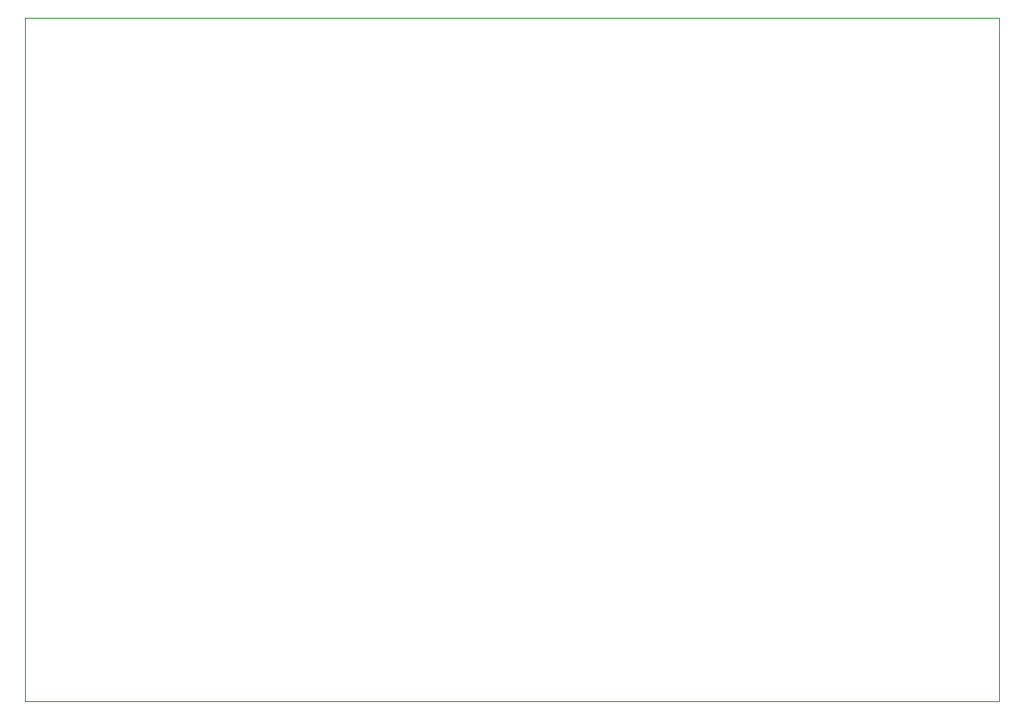
<source format=gm1>
%TF.GenerationSoftware,KiCad,Pcbnew,9.0.0*%
%TF.CreationDate,2025-08-17T08:57:57-07:00*%
%TF.ProjectId,OffsetAttenuator,4f666673-6574-4417-9474-656e7561746f,rev?*%
%TF.SameCoordinates,Original*%
%TF.FileFunction,Profile,NP*%
%FSLAX46Y46*%
G04 Gerber Fmt 4.6, Leading zero omitted, Abs format (unit mm)*
G04 Created by KiCad (PCBNEW 9.0.0) date 2025-08-17 08:57:57*
%MOMM*%
%LPD*%
G01*
G04 APERTURE LIST*
%TA.AperFunction,Profile*%
%ADD10C,0.050000*%
%TD*%
G04 APERTURE END LIST*
D10*
X32000000Y-19500000D02*
X124500000Y-19500000D01*
X124500000Y-84500000D01*
X32000000Y-84500000D01*
X32000000Y-19500000D01*
M02*

</source>
